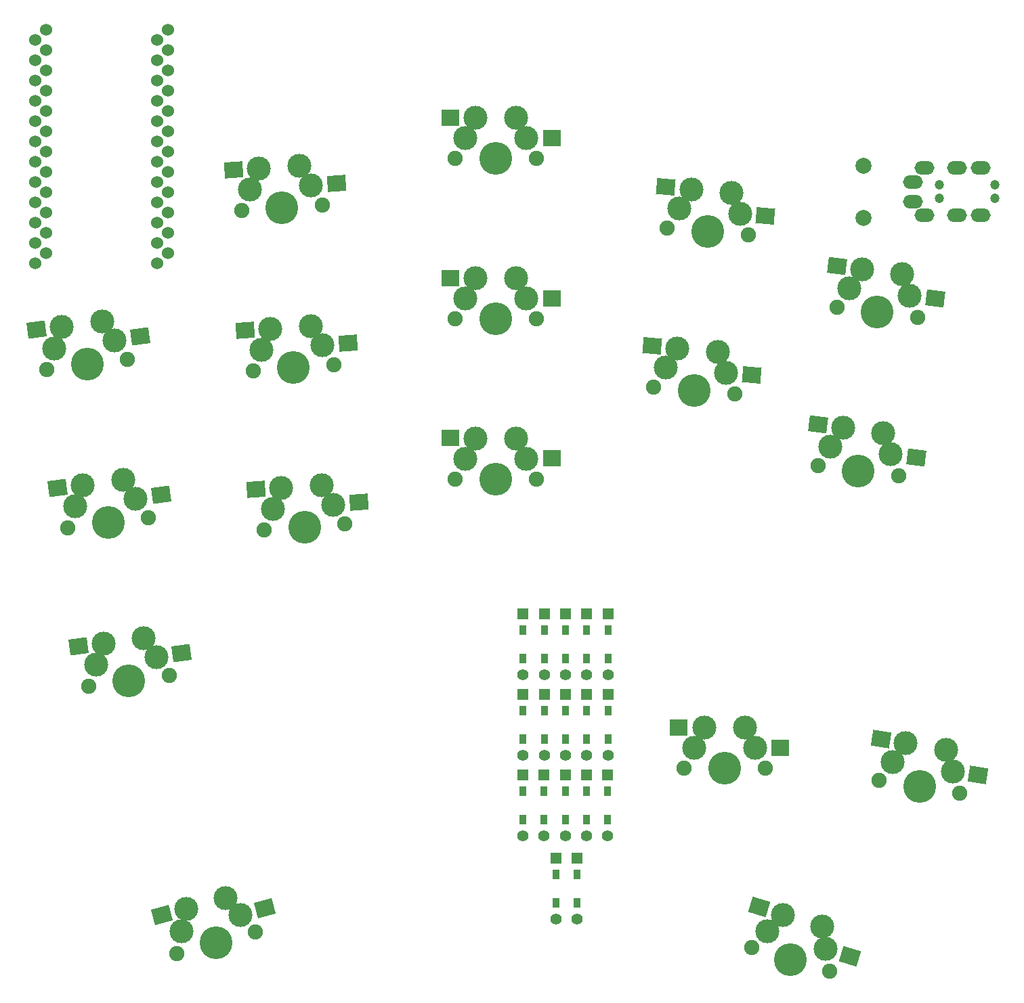
<source format=gbr>
%TF.GenerationSoftware,KiCad,Pcbnew,7.0.7*%
%TF.CreationDate,2024-05-22T00:05:12+09:00*%
%TF.ProjectId,hmproto34,686d7072-6f74-46f3-9334-2e6b69636164,rev?*%
%TF.SameCoordinates,Original*%
%TF.FileFunction,Soldermask,Top*%
%TF.FilePolarity,Negative*%
%FSLAX46Y46*%
G04 Gerber Fmt 4.6, Leading zero omitted, Abs format (unit mm)*
G04 Created by KiCad (PCBNEW 7.0.7) date 2024-05-22 00:05:12*
%MOMM*%
%LPD*%
G01*
G04 APERTURE LIST*
G04 Aperture macros list*
%AMRotRect*
0 Rectangle, with rotation*
0 The origin of the aperture is its center*
0 $1 length*
0 $2 width*
0 $3 Rotation angle, in degrees counterclockwise*
0 Add horizontal line*
21,1,$1,$2,0,0,$3*%
G04 Aperture macros list end*
%ADD10C,2.000000*%
%ADD11R,1.397000X1.397000*%
%ADD12R,0.950000X1.300000*%
%ADD13C,1.397000*%
%ADD14C,1.900000*%
%ADD15C,3.000000*%
%ADD16C,4.100000*%
%ADD17R,2.300000X2.000000*%
%ADD18RotRect,2.300000X2.000000X184.000000*%
%ADD19RotRect,2.300000X2.000000X173.000000*%
%ADD20RotRect,2.300000X2.000000X195.000000*%
%ADD21RotRect,2.300000X2.000000X163.000000*%
%ADD22RotRect,2.300000X2.000000X175.000000*%
%ADD23RotRect,2.300000X2.000000X187.500000*%
%ADD24C,1.200000*%
%ADD25O,2.500000X1.700000*%
%ADD26C,1.524000*%
%ADD27RotRect,2.300000X2.000000X171.000000*%
G04 APERTURE END LIST*
D10*
%TO.C,SW20*%
X119910000Y-36665000D03*
X119910000Y-30165000D03*
%TD*%
D11*
%TO.C,D2*%
X79980000Y-86250000D03*
D12*
X79980000Y-88285000D03*
X79980000Y-91835000D03*
D13*
X79980000Y-93870000D03*
%TD*%
D14*
%TO.C,SW8*%
X68864132Y-49335576D03*
D15*
X70134132Y-46795576D03*
X71404132Y-44255576D03*
D16*
X73944132Y-49335576D03*
D15*
X76484132Y-44255576D03*
X77754132Y-46795575D03*
D14*
X79024132Y-49335576D03*
D17*
X80944132Y-46755576D03*
X68244132Y-44215576D03*
%TD*%
D14*
%TO.C,SW12*%
X44936507Y-75719939D03*
D15*
X46026232Y-73097535D03*
X47115956Y-70475132D03*
D16*
X50004132Y-75365576D03*
D15*
X52183582Y-70120769D03*
X53627670Y-72565990D03*
D14*
X55071757Y-75011213D03*
D18*
X56807109Y-72303565D03*
X43960864Y-70655660D03*
%TD*%
D11*
%TO.C,D15*%
X87910000Y-106410000D03*
D12*
X87910000Y-108445000D03*
X87910000Y-111995000D03*
D13*
X87910000Y-114030000D03*
%TD*%
D14*
%TO.C,SW10*%
X114181998Y-67726480D03*
D15*
X115752079Y-65360187D03*
X117322161Y-62993893D03*
D16*
X119224132Y-68345576D03*
D15*
X122364295Y-63612990D03*
X123315281Y-66288830D03*
D14*
X124266266Y-68964672D03*
D19*
X126486378Y-66637892D03*
X114190590Y-62569084D03*
%TD*%
D11*
%TO.C,D14*%
X85260000Y-106410000D03*
D12*
X85260000Y-108445000D03*
X85260000Y-111995000D03*
D13*
X85260000Y-114030000D03*
%TD*%
D14*
%TO.C,SW7*%
X43566507Y-55809939D03*
D15*
X44656232Y-53187535D03*
X45745956Y-50565132D03*
D16*
X48634132Y-55455576D03*
D15*
X50813582Y-50210769D03*
X52257670Y-52655990D03*
D14*
X53701757Y-55101213D03*
D18*
X55437109Y-52393565D03*
X42590864Y-50745660D03*
%TD*%
D11*
%TO.C,D9*%
X85290000Y-96335000D03*
D12*
X85290000Y-98370000D03*
X85290000Y-101920000D03*
D13*
X85290000Y-103955000D03*
%TD*%
D11*
%TO.C,D17*%
X84070000Y-116780000D03*
D12*
X84070000Y-118815000D03*
X84070000Y-122365000D03*
D13*
X84070000Y-124400000D03*
%TD*%
D14*
%TO.C,SW16*%
X34077229Y-128700377D03*
D15*
X34646554Y-125918225D03*
X35215880Y-123136073D03*
D16*
X38984132Y-127385576D03*
D15*
X40122783Y-121821272D03*
X42006909Y-123946023D03*
D14*
X43891035Y-126070775D03*
D20*
X45077860Y-123081754D03*
X32153201Y-123915304D03*
%TD*%
D14*
%TO.C,SW17*%
X105916104Y-128010328D03*
D15*
X107873235Y-125952626D03*
X109830366Y-123894924D03*
D16*
X110774132Y-129495576D03*
D15*
X114688394Y-125380172D03*
X115160278Y-128180497D03*
D14*
X115632160Y-130980824D03*
D21*
X118222584Y-129074912D03*
X106820138Y-122932777D03*
%TD*%
D11*
%TO.C,D5*%
X87930000Y-86250000D03*
D12*
X87930000Y-88285000D03*
X87930000Y-91835000D03*
D13*
X87930000Y-93870000D03*
%TD*%
D14*
%TO.C,SW9*%
X93653463Y-57862825D03*
D15*
X95140006Y-55443178D03*
X96626549Y-53023531D03*
D16*
X98714132Y-58305576D03*
D15*
X101687218Y-53466283D03*
X102731009Y-56107304D03*
D14*
X103774801Y-58748327D03*
D22*
X105912357Y-56345484D03*
X93482060Y-52708271D03*
%TD*%
D14*
%TO.C,SW6*%
X20427592Y-75498649D03*
D15*
X21355191Y-72814611D03*
X22282789Y-70130573D03*
D16*
X25464132Y-74835576D03*
D15*
X27319329Y-69467500D03*
X28910000Y-71820000D03*
D14*
X30500672Y-74172503D03*
D23*
X32067488Y-71363965D03*
X19144602Y-70503378D03*
%TD*%
D11*
%TO.C,D16*%
X81420000Y-116780000D03*
D12*
X81420000Y-118815000D03*
X81420000Y-122365000D03*
D13*
X81420000Y-124400000D03*
%TD*%
D11*
%TO.C,D6*%
X77340000Y-96335000D03*
D12*
X77340000Y-98370000D03*
X77340000Y-101920000D03*
D13*
X77340000Y-103955000D03*
%TD*%
D14*
%TO.C,SW2*%
X42126507Y-35789939D03*
D15*
X43216232Y-33167535D03*
X44305956Y-30545132D03*
D16*
X47194132Y-35435576D03*
D15*
X49373582Y-30190769D03*
X50817670Y-32635990D03*
D14*
X52261757Y-35081213D03*
D18*
X53997109Y-32373565D03*
X41150864Y-30725660D03*
%TD*%
D24*
%TO.C,J1*%
X136340000Y-32540000D03*
X129340000Y-32540000D03*
X136340000Y-34290000D03*
X129340000Y-34290000D03*
D25*
X126040000Y-32190000D03*
X126040000Y-34640000D03*
X134540000Y-30440000D03*
X134540000Y-36390000D03*
X131540000Y-30440000D03*
X131540000Y-36390000D03*
X127540000Y-30440000D03*
X127540000Y-36390000D03*
%TD*%
D26*
%TO.C,U1*%
X16370000Y-14480000D03*
X32916400Y-13210000D03*
X16370000Y-17020000D03*
X32916400Y-15750000D03*
X16370000Y-19560000D03*
X32916400Y-18290000D03*
X16370000Y-22100000D03*
X32916400Y-20830000D03*
X16370000Y-24640000D03*
X32916400Y-23370000D03*
X16370000Y-27180000D03*
X32916400Y-25910000D03*
X16370000Y-29720000D03*
X32916400Y-28450000D03*
X16370000Y-32260000D03*
X32916400Y-30990000D03*
X16370000Y-34800000D03*
X32916400Y-33530000D03*
X16370000Y-37340000D03*
X32916400Y-36070000D03*
X16370000Y-39880000D03*
X32916400Y-38610000D03*
X16370000Y-42420000D03*
X32916400Y-41150000D03*
X17696400Y-41150000D03*
X31610000Y-42420000D03*
X17696400Y-38610000D03*
X31610000Y-39880000D03*
X17696400Y-36070000D03*
X31610000Y-37340000D03*
X17696400Y-33530000D03*
X31610000Y-34800000D03*
X17696400Y-30990000D03*
X31610000Y-32260000D03*
X17696400Y-28450000D03*
X31610000Y-29720000D03*
X17696400Y-25910000D03*
X31610000Y-27180000D03*
X17696400Y-23370000D03*
X31610000Y-24640000D03*
X17696400Y-20830000D03*
X31610000Y-22100000D03*
X17696400Y-18290000D03*
X31610000Y-19560000D03*
X17696400Y-15750000D03*
X31610000Y-17020000D03*
X17696400Y-13210000D03*
X31610000Y-14480000D03*
%TD*%
D14*
%TO.C,SW14*%
X97434132Y-105545576D03*
D15*
X98704132Y-103005576D03*
X99974132Y-100465576D03*
D16*
X102514132Y-105545576D03*
D15*
X105054132Y-100465576D03*
X106324132Y-103005575D03*
D14*
X107594132Y-105545576D03*
D17*
X109514132Y-102965576D03*
X96814132Y-100425576D03*
%TD*%
D14*
%TO.C,SW3*%
X68844132Y-29295576D03*
D15*
X70114132Y-26755576D03*
X71384132Y-24215576D03*
D16*
X73924132Y-29295576D03*
D15*
X76464132Y-24215576D03*
X77734132Y-26755575D03*
D14*
X79004132Y-29295576D03*
D17*
X80924132Y-26715576D03*
X68224132Y-24175576D03*
%TD*%
D14*
%TO.C,SW4*%
X95373463Y-37972825D03*
D15*
X96860006Y-35553178D03*
X98346549Y-33133531D03*
D16*
X100434132Y-38415576D03*
D15*
X103407218Y-33576283D03*
X104451009Y-36217304D03*
D14*
X105494801Y-38858327D03*
D22*
X107632357Y-36455484D03*
X95202060Y-32818271D03*
%TD*%
D14*
%TO.C,SW11*%
X23017592Y-95298649D03*
D15*
X23945191Y-92614611D03*
X24872789Y-89930573D03*
D16*
X28054132Y-94635576D03*
D15*
X29909329Y-89267500D03*
X31500000Y-91620000D03*
D14*
X33090672Y-93972503D03*
D23*
X34657488Y-91163965D03*
X21734602Y-90303378D03*
%TD*%
D11*
%TO.C,D4*%
X85280000Y-86250000D03*
D12*
X85280000Y-88285000D03*
X85280000Y-91835000D03*
D13*
X85280000Y-93870000D03*
%TD*%
D14*
%TO.C,SW13*%
X68874132Y-69345576D03*
D15*
X70144132Y-66805576D03*
X71414132Y-64265576D03*
D16*
X73954132Y-69345576D03*
D15*
X76494132Y-64265576D03*
X77764132Y-66805575D03*
D14*
X79034132Y-69345576D03*
D17*
X80954132Y-66765576D03*
X68254132Y-64225576D03*
%TD*%
D11*
%TO.C,D12*%
X79960000Y-106410000D03*
D12*
X79960000Y-108445000D03*
X79960000Y-111995000D03*
D13*
X79960000Y-114030000D03*
%TD*%
D14*
%TO.C,SW5*%
X116551998Y-47876480D03*
D15*
X118122079Y-45510187D03*
X119692161Y-43143893D03*
D16*
X121594132Y-48495576D03*
D15*
X124734295Y-43762990D03*
X125685281Y-46438830D03*
D14*
X126636266Y-49114672D03*
D19*
X128856378Y-46787892D03*
X116560590Y-42719084D03*
%TD*%
D11*
%TO.C,D7*%
X79990000Y-96335000D03*
D12*
X79990000Y-98370000D03*
X79990000Y-101920000D03*
D13*
X79990000Y-103955000D03*
%TD*%
D14*
%TO.C,SW1*%
X17797592Y-55688649D03*
D15*
X18725191Y-53004611D03*
X19652789Y-50320573D03*
D16*
X22834132Y-55025576D03*
D15*
X24689329Y-49657500D03*
X26280000Y-52010000D03*
D14*
X27870672Y-54362503D03*
D23*
X29437488Y-51553965D03*
X16514602Y-50693378D03*
%TD*%
D11*
%TO.C,D10*%
X87940000Y-96335000D03*
D12*
X87940000Y-98370000D03*
X87940000Y-101920000D03*
D13*
X87940000Y-103955000D03*
%TD*%
D11*
%TO.C,D1*%
X77330000Y-86250000D03*
D12*
X77330000Y-88285000D03*
X77330000Y-91835000D03*
D13*
X77330000Y-93870000D03*
%TD*%
D11*
%TO.C,D13*%
X82610000Y-106410000D03*
D12*
X82610000Y-108445000D03*
X82610000Y-111995000D03*
D13*
X82610000Y-114030000D03*
%TD*%
D14*
%TO.C,SW15*%
X121866675Y-107060889D03*
D15*
X123518383Y-104750832D03*
X125170091Y-102440776D03*
D16*
X126884132Y-107855576D03*
D15*
X130187547Y-103235463D03*
X131044568Y-105942862D03*
D14*
X131901589Y-108650263D03*
D27*
X134201551Y-106402381D03*
X122055253Y-101906935D03*
%TD*%
D11*
%TO.C,D11*%
X77310000Y-106410000D03*
D12*
X77310000Y-108445000D03*
X77310000Y-111995000D03*
D13*
X77310000Y-114030000D03*
%TD*%
D11*
%TO.C,D3*%
X82630000Y-86250000D03*
D12*
X82630000Y-88285000D03*
X82630000Y-91835000D03*
D13*
X82630000Y-93870000D03*
%TD*%
D11*
%TO.C,D8*%
X82640000Y-96335000D03*
D12*
X82640000Y-98370000D03*
X82640000Y-101920000D03*
D13*
X82640000Y-103955000D03*
%TD*%
M02*

</source>
